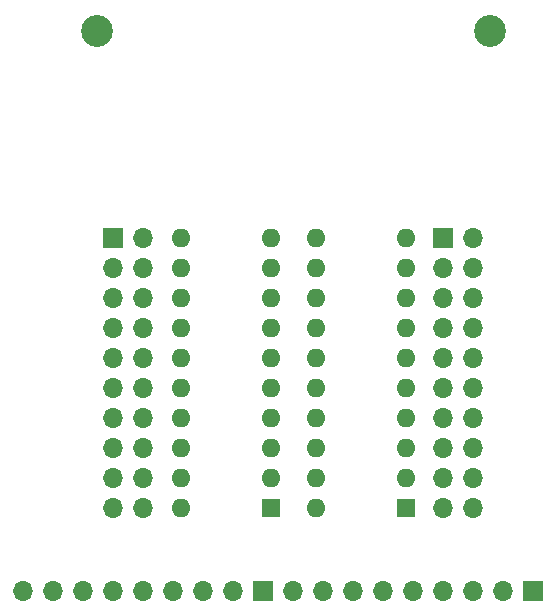
<source format=gts>
%TF.GenerationSoftware,KiCad,Pcbnew,(6.0.0)*%
%TF.CreationDate,2022-03-13T18:37:57-04:00*%
%TF.ProjectId,buffer PCB,62756666-6572-4205-9043-422e6b696361,rev?*%
%TF.SameCoordinates,Original*%
%TF.FileFunction,Soldermask,Top*%
%TF.FilePolarity,Negative*%
%FSLAX46Y46*%
G04 Gerber Fmt 4.6, Leading zero omitted, Abs format (unit mm)*
G04 Created by KiCad (PCBNEW (6.0.0)) date 2022-03-13 18:37:57*
%MOMM*%
%LPD*%
G01*
G04 APERTURE LIST*
%ADD10R,1.700000X1.700000*%
%ADD11O,1.700000X1.700000*%
%ADD12C,2.700000*%
%ADD13R,1.600000X1.600000*%
%ADD14O,1.600000X1.600000*%
G04 APERTURE END LIST*
D10*
%TO.C,J3*%
X116830000Y-118815000D03*
D11*
X114290000Y-118815000D03*
X111750000Y-118815000D03*
X109210000Y-118815000D03*
X106670000Y-118815000D03*
X104130000Y-118815000D03*
X101590000Y-118815000D03*
X99050000Y-118815000D03*
X96510000Y-118815000D03*
%TD*%
D12*
%TO.C,REF\u002A\u002A*%
X102760000Y-71360000D03*
%TD*%
D10*
%TO.C,J2*%
X139690000Y-118815000D03*
D11*
X137150000Y-118815000D03*
X134610000Y-118815000D03*
X132070000Y-118815000D03*
X129530000Y-118815000D03*
X126990000Y-118815000D03*
X124450000Y-118815000D03*
X121910000Y-118815000D03*
X119370000Y-118815000D03*
%TD*%
D12*
%TO.C,REF\u002A\u002A*%
X136000000Y-71360000D03*
%TD*%
D13*
%TO.C,U1*%
X128895000Y-111755000D03*
D14*
X128895000Y-109215000D03*
X128895000Y-106675000D03*
X128895000Y-104135000D03*
X128895000Y-101595000D03*
X128895000Y-99055000D03*
X128895000Y-96515000D03*
X128895000Y-93975000D03*
X128895000Y-91435000D03*
X128895000Y-88895000D03*
X121275000Y-88895000D03*
X121275000Y-91435000D03*
X121275000Y-93975000D03*
X121275000Y-96515000D03*
X121275000Y-99055000D03*
X121275000Y-101595000D03*
X121275000Y-104135000D03*
X121275000Y-106675000D03*
X121275000Y-109215000D03*
X121275000Y-111755000D03*
%TD*%
D10*
%TO.C,J1*%
X104140000Y-88900000D03*
D11*
X106680000Y-88900000D03*
X104140000Y-91440000D03*
X106680000Y-91440000D03*
X104140000Y-93980000D03*
X106680000Y-93980000D03*
X104140000Y-96520000D03*
X106680000Y-96520000D03*
X104140000Y-99060000D03*
X106680000Y-99060000D03*
X104140000Y-101600000D03*
X106680000Y-101600000D03*
X104140000Y-104140000D03*
X106680000Y-104140000D03*
X104140000Y-106680000D03*
X106680000Y-106680000D03*
X104140000Y-109220000D03*
X106680000Y-109220000D03*
X104140000Y-111760000D03*
X106680000Y-111760000D03*
%TD*%
D10*
%TO.C,J4*%
X132080000Y-88900000D03*
D11*
X134620000Y-88900000D03*
X132080000Y-91440000D03*
X134620000Y-91440000D03*
X132080000Y-93980000D03*
X134620000Y-93980000D03*
X132080000Y-96520000D03*
X134620000Y-96520000D03*
X132080000Y-99060000D03*
X134620000Y-99060000D03*
X132080000Y-101600000D03*
X134620000Y-101600000D03*
X132080000Y-104140000D03*
X134620000Y-104140000D03*
X132080000Y-106680000D03*
X134620000Y-106680000D03*
X132080000Y-109220000D03*
X134620000Y-109220000D03*
X132080000Y-111760000D03*
X134620000Y-111760000D03*
%TD*%
D13*
%TO.C,U2*%
X117465000Y-111755000D03*
D14*
X117465000Y-109215000D03*
X117465000Y-106675000D03*
X117465000Y-104135000D03*
X117465000Y-101595000D03*
X117465000Y-99055000D03*
X117465000Y-96515000D03*
X117465000Y-93975000D03*
X117465000Y-91435000D03*
X117465000Y-88895000D03*
X109845000Y-88895000D03*
X109845000Y-91435000D03*
X109845000Y-93975000D03*
X109845000Y-96515000D03*
X109845000Y-99055000D03*
X109845000Y-101595000D03*
X109845000Y-104135000D03*
X109845000Y-106675000D03*
X109845000Y-109215000D03*
X109845000Y-111755000D03*
%TD*%
M02*

</source>
